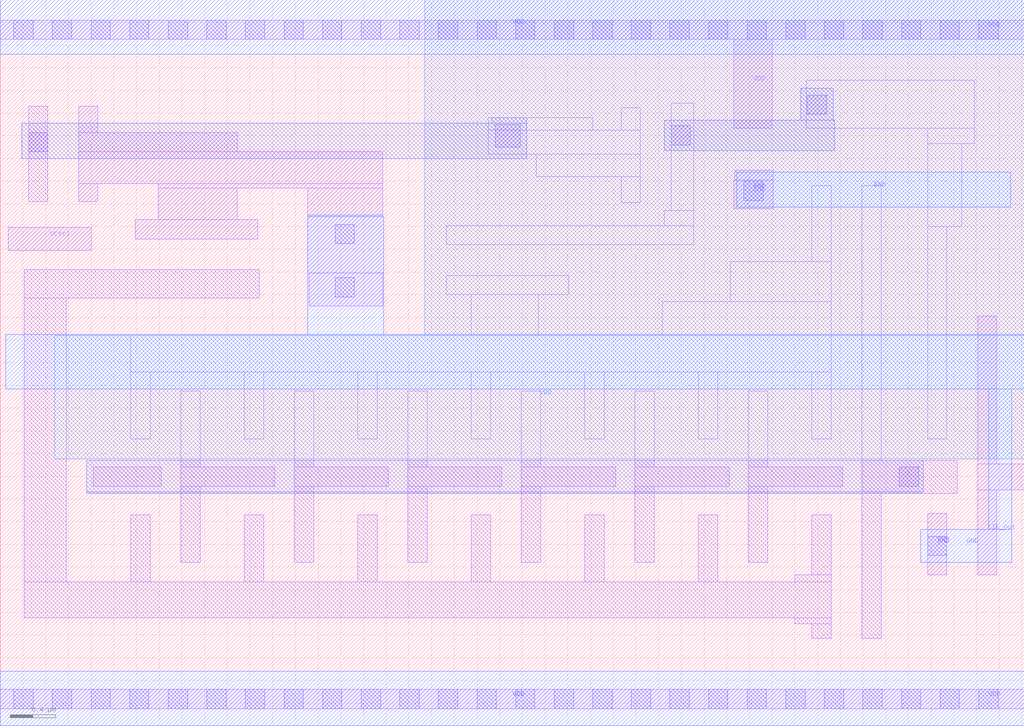
<source format=lef>
VERSION 5.7 ;
  NOWIREEXTENSIONATPIN ON ;
  DIVIDERCHAR "/" ;
  BUSBITCHARS "[]" ;
MACRO /mnt/c/Users/LENOVO/Documents/PLL/Layout/VCO
  CLASS CORE ;
  FOREIGN /mnt/c/Users/LENOVO/Documents/PLL/Layout/VCO ;
  ORIGIN 0.000 0.000 ;
  SIZE 9.020 BY 6.400 ;
  SITE unithddb1 ;
  PIN VCtrl
    DIRECTION INPUT ;
    USE SIGNAL ;
    ANTENNAGATEAREA 0.288000 ;
    PORT
      LAYER li1 ;
        RECT 0.070 4.190 0.800 4.390 ;
    END
  END VCtrl
  PIN VDD
    DIRECTION INOUT ;
    USE POWER ;
    PORT
      LAYER li1 ;
        RECT 0.000 0.150 9.020 0.320 ;
      LAYER mcon ;
        RECT 0.120 0.150 0.290 0.320 ;
        RECT 0.460 0.150 0.630 0.320 ;
        RECT 0.800 0.150 0.970 0.320 ;
        RECT 1.140 0.150 1.310 0.320 ;
        RECT 1.480 0.150 1.650 0.320 ;
        RECT 1.820 0.150 1.990 0.320 ;
        RECT 2.160 0.150 2.330 0.320 ;
        RECT 2.500 0.150 2.670 0.320 ;
        RECT 2.840 0.150 3.010 0.320 ;
        RECT 3.180 0.150 3.350 0.320 ;
        RECT 3.520 0.150 3.690 0.320 ;
        RECT 3.860 0.150 4.030 0.320 ;
        RECT 4.200 0.150 4.370 0.320 ;
        RECT 4.540 0.150 4.710 0.320 ;
        RECT 4.880 0.150 5.050 0.320 ;
        RECT 5.220 0.150 5.390 0.320 ;
        RECT 5.560 0.150 5.730 0.320 ;
        RECT 5.900 0.150 6.070 0.320 ;
        RECT 6.240 0.150 6.410 0.320 ;
        RECT 6.580 0.150 6.750 0.320 ;
        RECT 6.920 0.150 7.090 0.320 ;
        RECT 7.260 0.150 7.430 0.320 ;
        RECT 7.600 0.150 7.770 0.320 ;
        RECT 7.940 0.150 8.110 0.320 ;
        RECT 8.280 0.150 8.450 0.320 ;
        RECT 8.620 0.150 8.790 0.320 ;
      LAYER met1 ;
        RECT 0.000 0.000 9.020 0.480 ;
    END
    PORT
      LAYER nwell ;
        RECT 3.740 3.440 9.020 6.400 ;
        RECT 0.480 2.350 9.020 3.440 ;
      LAYER li1 ;
        RECT 0.000 6.050 9.020 6.220 ;
        RECT 6.460 5.270 6.800 6.050 ;
      LAYER mcon ;
        RECT 0.120 6.050 0.290 6.220 ;
        RECT 0.460 6.050 0.630 6.220 ;
        RECT 0.800 6.050 0.970 6.220 ;
        RECT 1.140 6.050 1.310 6.220 ;
        RECT 1.480 6.050 1.650 6.220 ;
        RECT 1.820 6.050 1.990 6.220 ;
        RECT 2.160 6.050 2.330 6.220 ;
        RECT 2.500 6.050 2.670 6.220 ;
        RECT 2.840 6.050 3.010 6.220 ;
        RECT 3.180 6.050 3.350 6.220 ;
        RECT 3.520 6.050 3.690 6.220 ;
        RECT 3.860 6.050 4.030 6.220 ;
        RECT 4.200 6.050 4.370 6.220 ;
        RECT 4.540 6.050 4.710 6.220 ;
        RECT 4.880 6.050 5.050 6.220 ;
        RECT 5.220 6.050 5.390 6.220 ;
        RECT 5.560 6.050 5.730 6.220 ;
        RECT 5.900 6.050 6.070 6.220 ;
        RECT 6.240 6.050 6.410 6.220 ;
        RECT 6.580 6.050 6.750 6.220 ;
        RECT 6.920 6.050 7.090 6.220 ;
        RECT 7.260 6.050 7.430 6.220 ;
        RECT 7.600 6.050 7.770 6.220 ;
        RECT 7.940 6.050 8.110 6.220 ;
        RECT 8.280 6.050 8.450 6.220 ;
        RECT 8.620 6.050 8.790 6.220 ;
      LAYER met1 ;
        RECT 0.000 5.920 9.020 6.400 ;
    END
  END VDD
  PIN GND
    DIRECTION INOUT ;
    USE GROUND ;
    PORT
      LAYER li1 ;
        RECT 0.690 5.230 0.860 5.460 ;
        RECT 0.690 5.060 2.090 5.230 ;
        RECT 0.690 4.780 3.370 5.060 ;
        RECT 0.690 4.620 0.860 4.780 ;
        RECT 1.390 4.740 3.370 4.780 ;
        RECT 1.390 4.460 2.090 4.740 ;
        RECT 2.710 4.490 3.370 4.740 ;
        RECT 1.190 4.290 2.270 4.460 ;
        RECT 2.710 3.990 3.380 4.490 ;
        RECT 2.720 3.700 3.370 3.990 ;
        RECT 8.170 1.330 8.340 1.870 ;
      LAYER mcon ;
        RECT 2.950 4.250 3.120 4.420 ;
        RECT 2.950 3.780 3.120 3.950 ;
        RECT 8.170 1.500 8.340 1.670 ;
      LAYER met1 ;
        RECT 2.720 4.490 3.370 4.500 ;
        RECT 2.710 3.450 3.380 4.490 ;
        RECT 0.050 2.970 9.020 3.450 ;
        RECT 8.710 1.730 8.910 2.970 ;
        RECT 8.110 1.440 8.910 1.730 ;
    END
  END GND
  PIN Clk_Out
    DIRECTION OUTPUT ;
    USE SIGNAL ;
    ANTENNADIFFAREA 0.469800 ;
    PORT
      LAYER li1 ;
        RECT 8.610 2.310 8.780 3.610 ;
        RECT 8.610 2.080 9.020 2.310 ;
        RECT 8.610 1.330 8.780 2.080 ;
    END
  END Clk_Out
  PIN ENb
    DIRECTION INPUT ;
    USE SIGNAL ;
    ANTENNAGATEAREA 0.063000 ;
    PORT
      LAYER li1 ;
        RECT 6.470 4.810 6.810 4.900 ;
        RECT 6.460 4.560 6.810 4.810 ;
      LAYER mcon ;
        RECT 6.550 4.630 6.720 4.800 ;
      LAYER met1 ;
        RECT 6.490 4.570 8.900 4.880 ;
    END
  END ENb
  OBS
      LAYER li1 ;
        RECT 0.250 4.620 0.420 5.460 ;
        RECT 4.300 5.250 5.220 5.360 ;
        RECT 5.470 5.250 5.640 5.450 ;
        RECT 4.300 5.040 5.640 5.250 ;
        RECT 4.720 4.840 5.640 5.040 ;
        RECT 5.470 4.610 5.640 4.840 ;
        RECT 5.910 4.540 6.110 5.490 ;
        RECT 7.100 5.270 8.580 5.690 ;
        RECT 8.170 5.130 8.580 5.270 ;
        RECT 5.850 4.410 6.110 4.540 ;
        RECT 3.930 4.240 6.110 4.410 ;
        RECT 7.150 4.090 7.320 4.760 ;
        RECT 0.210 3.770 2.280 4.020 ;
        RECT 3.930 3.800 5.010 3.970 ;
        RECT 0.210 1.270 0.580 3.770 ;
        RECT 4.150 3.440 4.740 3.800 ;
        RECT 6.430 3.740 7.320 4.090 ;
        RECT 5.830 3.440 7.320 3.740 ;
        RECT 1.150 3.120 7.320 3.440 ;
        RECT 1.150 2.530 1.320 3.120 ;
        RECT 1.590 2.280 1.760 2.950 ;
        RECT 2.150 2.530 2.320 3.120 ;
        RECT 2.590 2.280 2.760 2.950 ;
        RECT 3.150 2.530 3.320 3.120 ;
        RECT 3.590 2.280 3.760 2.950 ;
        RECT 4.150 2.530 4.320 3.120 ;
        RECT 4.590 2.280 4.760 2.950 ;
        RECT 5.150 2.530 5.320 3.120 ;
        RECT 5.590 2.280 5.760 2.950 ;
        RECT 6.150 2.530 6.320 3.120 ;
        RECT 6.590 2.280 6.760 2.950 ;
        RECT 7.150 2.530 7.320 3.120 ;
        RECT 7.590 2.340 7.760 4.760 ;
        RECT 8.170 4.400 8.470 5.130 ;
        RECT 8.170 2.530 8.340 4.400 ;
        RECT 0.820 2.110 1.420 2.280 ;
        RECT 1.590 2.110 2.420 2.280 ;
        RECT 2.590 2.110 3.420 2.280 ;
        RECT 3.590 2.110 4.420 2.280 ;
        RECT 4.590 2.110 5.420 2.280 ;
        RECT 5.590 2.110 6.420 2.280 ;
        RECT 6.590 2.110 7.420 2.280 ;
        RECT 1.150 1.270 1.320 1.860 ;
        RECT 1.590 1.440 1.760 2.110 ;
        RECT 2.150 1.270 2.320 1.860 ;
        RECT 2.590 1.440 2.760 2.110 ;
        RECT 3.150 1.270 3.320 1.860 ;
        RECT 3.590 1.440 3.760 2.110 ;
        RECT 4.150 1.270 4.320 1.860 ;
        RECT 4.590 1.440 4.760 2.110 ;
        RECT 5.150 1.270 5.320 1.860 ;
        RECT 5.590 1.440 5.760 2.110 ;
        RECT 6.150 1.270 6.320 1.860 ;
        RECT 6.590 1.440 6.760 2.110 ;
        RECT 7.590 2.050 8.430 2.340 ;
        RECT 7.150 1.330 7.320 1.860 ;
        RECT 7.000 1.270 7.320 1.330 ;
        RECT 0.210 0.950 7.320 1.270 ;
        RECT 7.000 0.900 7.320 0.950 ;
        RECT 7.150 0.770 7.320 0.900 ;
        RECT 7.590 0.770 7.760 2.050 ;
      LAYER mcon ;
        RECT 0.250 5.060 0.420 5.230 ;
        RECT 4.360 5.100 4.580 5.300 ;
        RECT 5.910 5.120 6.080 5.290 ;
        RECT 7.110 5.390 7.280 5.560 ;
        RECT 7.920 2.110 8.090 2.280 ;
      LAYER met1 ;
        RECT 4.330 5.310 4.640 5.360 ;
        RECT 7.050 5.340 7.340 5.620 ;
        RECT 0.190 5.000 4.640 5.310 ;
        RECT 5.850 5.070 7.350 5.340 ;
        RECT 0.760 2.060 8.130 2.340 ;
        RECT 0.760 2.050 8.120 2.060 ;
  END
END /mnt/c/Users/LENOVO/Documents/PLL/Layout/VCO
END LIBRARY


</source>
